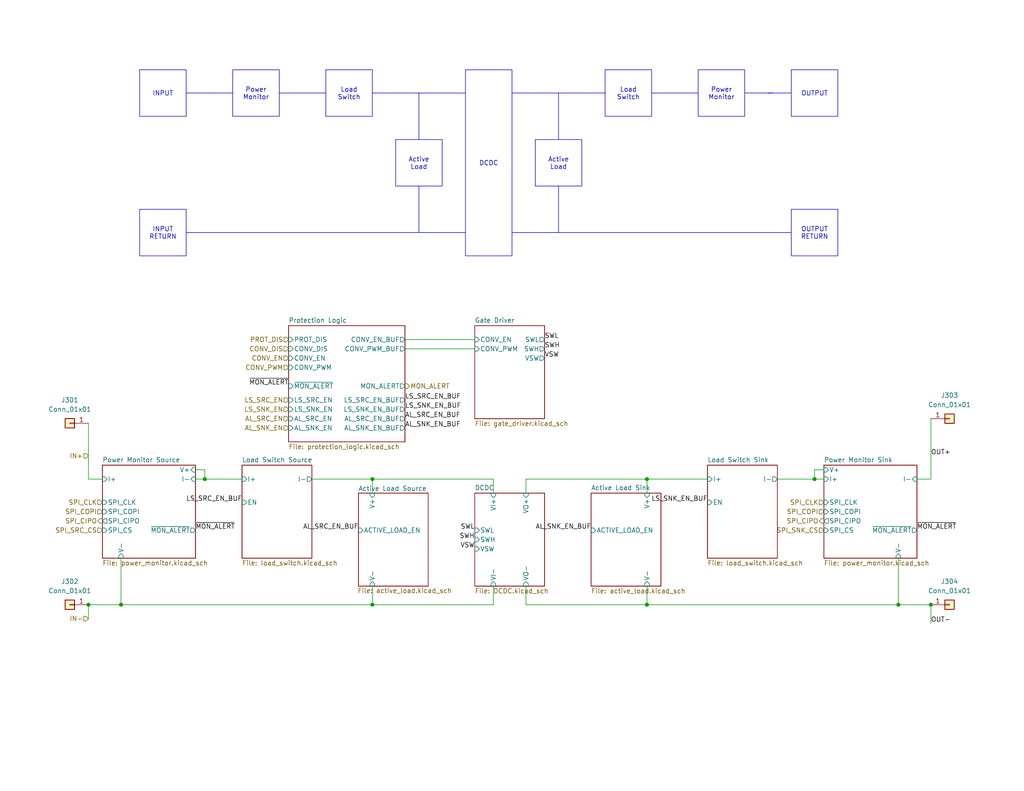
<source format=kicad_sch>
(kicad_sch (version 20231120) (generator "eeschema") (generator_version "8.0")
  (paper "USLetter")
  (title_block (title "Mighty MPPT") (date "2024-08-31") (rev "v0.1.0rc") (comment 1 "Matthew Yu") (comment 2 "Jacob Pustilnik"))
  (lib_symbols
    (symbol "Connector_Generic:Conn_01x01" (pin_names (offset 1.016) hide)
      (property "Reference" "J" (at 0 2.54 0))
      (property "Value" "Conn_01x01" (at 0 -2.54 0))
      (symbol "Conn_01x01_1_1"
        (rectangle (start -1.27 0.127) (end 0 -0.127) (stroke (width 0.1524)))
        (rectangle (start -1.27 1.27) (end 1.27 -1.27) (stroke (width 0.254)) (fill (type background)))
        (pin passive line (at -5.08 0 0) (length 3.81) (name "Pin_1") (number "1"))
      )
    )
  )
  (junction (at 101.6 130.81))
  (junction (at 55.88 130.81))
  (junction (at 24.13 165.1))
  (junction (at 101.6 165.1))
  (junction (at 222.25 130.81))
  (junction (at 33.02 165.1))
  (junction (at 176.53 165.1))
  (junction (at 254 165.1))
  (junction (at 245.11 165.1))
  (junction (at 176.53 130.81))
  (wire (pts (xy 212.09 130.81) (xy 222.25 130.81)))
  (wire (pts (xy 176.53 165.1) (xy 176.53 160.02)))
  (polyline (pts (xy 177.8 25.4) (xy 190.5 25.4)))
  (wire (pts (xy 24.13 130.81) (xy 27.94 130.81)))
  (wire (pts (xy 134.62 165.1) (xy 101.6 165.1)))
  (polyline (pts (xy 50.8 25.4) (xy 57.15 25.4)))
  (wire (pts (xy 53.34 130.81) (xy 55.88 130.81)))
  (wire (pts (xy 254 114.3) (xy 254 130.81)))
  (polyline (pts (xy 209.55 25.4) (xy 215.9 25.4)))
  (wire (pts (xy 222.25 128.27) (xy 222.25 130.81)))
  (wire (pts (xy 143.51 134.62) (xy 143.51 130.81)))
  (polyline (pts (xy 139.7 63.5) (xy 215.9 63.5)))
  (wire (pts (xy 101.6 165.1) (xy 33.02 165.1)))
  (polyline (pts (xy 63.5 25.0858) (xy 63.5162 25.0858)))
  (wire (pts (xy 245.11 165.1) (xy 254 165.1)))
  (wire (pts (xy 134.62 130.81) (xy 134.62 134.62)))
  (wire (pts (xy 245.11 165.1) (xy 176.53 165.1)))
  (polyline (pts (xy 57.15 25.4) (xy 63.5 25.4)))
  (polyline (pts (xy 50.8 63.5) (xy 127 63.5)))
  (wire (pts (xy 176.53 130.81) (xy 193.04 130.81)))
  (wire (pts (xy 101.6 130.81) (xy 134.62 130.81)))
  (wire (pts (xy 110.49 92.71) (xy 129.54 92.71)))
  (wire (pts (xy 250.19 130.81) (xy 254 130.81)))
  (wire (pts (xy 134.62 160.02) (xy 134.62 165.1)))
  (polyline (pts (xy 139.7 25.4) (xy 165.1 25.4)))
  (wire (pts (xy 143.51 130.81) (xy 176.53 130.81)))
  (wire (pts (xy 33.02 165.1) (xy 33.02 152.4)))
  (wire (pts (xy 101.6 165.1) (xy 101.6 160.02)))
  (polyline (pts (xy 101.6 25.4) (xy 127 25.4)))
  (wire (pts (xy 110.49 95.25) (xy 129.54 95.25)))
  (wire (pts (xy 24.13 165.1) (xy 24.13 168.91)))
  (wire (pts (xy 254 170.18) (xy 254 165.1)))
  (wire (pts (xy 55.88 130.81) (xy 66.04 130.81)))
  (polyline (pts (xy 114.3 50.8) (xy 114.3 63.5)))
  (polyline (pts (xy 152.4 25.4) (xy 152.4 38.1)))
  (wire (pts (xy 24.13 165.1) (xy 33.02 165.1)))
  (wire (pts (xy 222.25 130.81) (xy 224.79 130.81)))
  (wire (pts (xy 85.09 130.81) (xy 101.6 130.81)))
  (wire (pts (xy 53.34 128.27) (xy 55.88 128.27)))
  (wire (pts (xy 143.51 165.1) (xy 176.53 165.1)))
  (polyline (pts (xy 203.2 25.4) (xy 209.55 25.4)))
  (wire (pts (xy 24.13 115.57) (xy 24.13 130.81)))
  (polyline (pts (xy 114.3 25.4) (xy 114.3 38.1)))
  (polyline (pts (xy 209.55 25.4) (xy 210.82 25.4)))
  (polyline (pts (xy 152.4 50.8) (xy 152.4 63.5)))
  (wire (pts (xy 224.79 128.27) (xy 222.25 128.27)))
  (wire (pts (xy 143.51 160.02) (xy 143.51 165.1)))
  (wire (pts (xy 55.88 128.27) (xy 55.88 130.81)))
  (wire (pts (xy 176.53 130.81) (xy 176.53 134.62)))
  (wire (pts (xy 245.11 152.4) (xy 245.11 165.1)))
  (wire (pts (xy 101.6 130.81) (xy 101.6 134.62)))
  (polyline (pts (xy 76.2 25.4) (xy 88.9 25.4)))
  (text_box "INPUT" (at 38.1 19.05 0) (size 12.7 12.7) (effects (font (size 1.27 1.27))))
  (text_box "OUTPUT" (at 215.9 19.05 0) (size 12.7 12.7) (effects (font (size 1.27 1.27))))
  (text_box "Power Monitor\n" (at 190.5 19.05 0) (size 12.7 12.7) (effects (font (size 1.27 1.27))))
  (text_box "OUTPUT\nRETURN" (at 215.9 57.15 0) (size 12.7 12.7) (effects (font (size 1.27 1.27))))
  (text_box "DCDC" (at 127 19.05 0) (size 12.7 50.8) (effects (font (size 1.27 1.27))))
  (text_box "Power Monitor" (at 63.5 19.05 0) (size 12.7 12.7) (effects (font (size 1.27 1.27))))
  (text_box "Power path subcircuit.\nManages power measurement and hardware logic necessary to \n(1) disable the high side power path, \n(2) enable active loads to drain remaining power converter energy, and \n(3) disable the converter switching.\n\nThe hardware protection logic is the second line(!) failsafe to protect the converter and downstream victims, behind the MCU SW redline algorithms and before the in-line fuses.\n\nINA229 voltage and current selected for future anticipated 150V/10A design.\n\nISO components, such as TPSI3050, are selected for future anticipated fully isolated power path design." (at 521.97 20.32 0) (size 45.72 80.01) (effects (font (size 1.27 1.27)) (justify left top)))
  (text_box "Active Load" (at 107.95 38.1 0) (size 12.7 12.7) (effects (font (size 1.27 1.27))))
  (text_box "Active Load" (at 146.05 38.1 0) (size 12.7 12.7) (effects (font (size 1.27 1.27))))
  (text_box "INPUT\nRETURN" (at 38.1 57.15 0) (size 12.7 12.7) (effects (font (size 1.27 1.27))))
  (text_box "Load Switch" (at 88.9 19.05 0) (size 12.7 12.7) (effects (font (size 1.27 1.27))))
  (text_box "Load Switch" (at 165.1 19.05 0) (size 12.7 12.7) (effects (font (size 1.27 1.27))))
  (label "AL_SRC_EN_BUF" (at 110.49 114.3 0))
  (label "LS_SNK_EN_BUF" (at 193.04 137.16 180))
  (label "LS_SRC_EN_BUF" (at 110.49 109.22 0))
  (label "SWH" (at 129.54 147.32 180))
  (label "VSW" (at 129.54 149.86 180))
  (label "SWL" (at 129.54 144.78 180))
  (label "AL_SNK_EN_BUF" (at 161.29 144.78 180))
  (label "LS_SNK_EN_BUF" (at 110.49 111.76 0))
  (label "SWH" (at 148.59 95.25 0))
  (label "AL_SNK_EN_BUF" (at 110.49 116.84 0))
  (label "OUT-" (at 254 170.18 0))
  (label "~{MON_ALERT}" (at 53.34 144.78 0))
  (label "SWL" (at 148.59 92.71 0))
  (label "OUT+" (at 254 124.46 0))
  (label "VSW" (at 148.59 97.79 0))
  (label "~{MON_ALERT}" (at 250.19 144.78 0))
  (label "LS_SRC_EN_BUF" (at 66.04 137.16 180))
  (label "AL_SRC_EN_BUF" (at 97.79 144.78 180))
  (label "~{MON_ALERT}" (at 78.74 105.41 180))
  (hierarchical_label "SPI_CLK" (shape input) (at 27.94 137.16 180))
  (hierarchical_label "AL_SNK_EN" (shape input) (at 78.74 116.84 180))
  (hierarchical_label "SPI_COPI" (shape input) (at 27.94 139.7 180))
  (hierarchical_label "SPI_SRC_CS" (shape input) (at 27.94 144.78 180))
  (hierarchical_label "SPI_CIPO" (shape output) (at 224.79 142.24 180))
  (hierarchical_label "SPI_CLK" (shape input) (at 224.79 137.16 180))
  (hierarchical_label "IN-" (shape input) (at 24.13 168.91 180))
  (hierarchical_label "SPI_COPI" (shape input) (at 224.79 139.7 180))
  (hierarchical_label "LS_SRC_EN" (shape input) (at 78.74 109.22 180))
  (hierarchical_label "LS_SNK_EN" (shape input) (at 78.74 111.76 180))
  (hierarchical_label "AL_SRC_EN" (shape input) (at 78.74 114.3 180))
  (hierarchical_label "IN+" (shape input) (at 24.13 124.46 180))
  (hierarchical_label "SPI_SNK_CS" (shape input) (at 224.79 144.78 180))
  (hierarchical_label "CONV_DIS" (shape input) (at 78.74 95.25 180))
  (hierarchical_label "PROT_DIS" (shape input) (at 78.74 92.71 180))
  (hierarchical_label "MON_ALERT" (shape output) (at 110.49 105.41 0))
  (hierarchical_label "CONV_PWM" (shape input) (at 78.74 100.33 180))
  (hierarchical_label "SPI_CIPO" (shape output) (at 27.94 142.24 180))
  (hierarchical_label "CONV_EN" (shape input) (at 78.74 97.79 180))
  (symbol (lib_id "Connector_Generic:Conn_01x01") (at 259.08 114.3 0) (unit 1)
    (property "Reference" "J303" (at 259.08 107.95 0))
    (property "Value" "Conn_01x01" (at 259.08 110.49 0))
    (property "Footprint" "footprints:ke_7771_SEMS" (effects (hide yes)))
    (property "Datasheet" "https://www.mouser.com/datasheet/2/215/771-SEMS-1622293.pdf" (effects (hide yes)))
    (property "Description" "Generic connector, single row, 01x01, script generated (kicad-library-utils/schlib/autogen/connector/)" (effects (hide yes)))
    (property "Manufacturer" "Keystone Electronics" (effects (hide yes)))
    (property "P/N" " 7771-SEMS " (effects (hide yes)))
  )
  (symbol (lib_id "Connector_Generic:Conn_01x01") (at 259.08 165.1 0) (unit 1)
    (property "Reference" "J304" (at 259.08 158.75 0))
    (property "Value" "Conn_01x01" (at 259.08 161.29 0))
    (property "Footprint" "footprints:ke_7771_SEMS" (effects (hide yes)))
    (property "Datasheet" "https://www.mouser.com/datasheet/2/215/771-SEMS-1622293.pdf" (effects (hide yes)))
    (property "Description" "Generic connector, single row, 01x01, script generated (kicad-library-utils/schlib/autogen/connector/)" (effects (hide yes)))
    (property "Manufacturer" "Keystone Electronics" (effects (hide yes)))
    (property "P/N" " 7771-SEMS " (effects (hide yes)))
  )
  (symbol (lib_id "Connector_Generic:Conn_01x01") (at 19.05 165.1 0) (mirror y) (unit 1)
    (property "Reference" "J302" (at 19.05 158.75 0))
    (property "Value" "Conn_01x01" (at 19.05 161.29 0))
    (property "Footprint" "footprints:ke_7771_SEMS" (effects (hide yes)))
    (property "Datasheet" "https://www.mouser.com/datasheet/2/215/771-SEMS-1622293.pdf" (effects (hide yes)))
    (property "Description" "Generic connector, single row, 01x01, script generated (kicad-library-utils/schlib/autogen/connector/)" (effects (hide yes)))
    (property "Manufacturer" "Keystone Electronics" (effects (hide yes)))
    (property "P/N" " 7771-SEMS " (effects (hide yes)))
  )
  (symbol (lib_id "Connector_Generic:Conn_01x01") (at 19.05 115.57 0) (mirror y) (unit 1)
    (property "Reference" "J301" (at 19.05 109.22 0))
    (property "Value" "Conn_01x01" (at 19.05 111.76 0))
    (property "Footprint" "footprints:ke_7771_SEMS" (effects (hide yes)))
    (property "Datasheet" "https://www.mouser.com/datasheet/2/215/771-SEMS-1622293.pdf" (effects (hide yes)))
    (property "Description" "Generic connector, single row, 01x01, script generated (kicad-library-utils/schlib/autogen/connector/)" (effects (hide yes)))
    (property "Manufacturer" "Keystone Electronics" (effects (hide yes)))
    (property "P/N" " 7771-SEMS " (effects (hide yes)))
  )
  (sheet (at 161.29 134.62) (size 19.05 25.4) (stroke (width 0.1524))
    (property "Sheetname" "Active Load Sink" (at 161.29 133.9084 0) (effects (justify left bottom)))
    (property "Sheetfile" "active_load.kicad_sch" (at 161.29 160.6046 0) (effects (justify left top)))
    (pin "V+" input (at 176.53 134.62 90))
    (pin "V-" input (at 176.53 160.02 270))
    (pin "ACTIVE_LOAD_EN" input (at 161.29 144.78 180))
  )
  (sheet (at 193.04 127) (size 19.05 25.4) (stroke (width 0.1524))
    (property "Sheetname" "Load Switch Sink" (at 193.04 126.2884 0) (effects (justify left bottom)))
    (property "Sheetfile" "load_switch.kicad_sch" (at 193.04 152.9846 0) (effects (justify left top)))
    (pin "I-" output (at 212.09 130.81 0))
    (pin "I+" input (at 193.04 130.81 180))
    (pin "EN" input (at 193.04 137.16 180))
  )
  (sheet (at 27.94 127) (size 25.4 25.4) (stroke (width 0.1524))
    (property "Sheetname" "Power Monitor Source" (at 27.94 126.2884 0) (effects (justify left bottom)))
    (property "Sheetfile" "power_monitor.kicad_sch" (at 27.94 152.9846 0) (effects (justify left top)))
    (pin "V-" input (at 33.02 152.4 270))
    (pin "V+" input (at 53.34 128.27 0))
    (pin "I+" input (at 27.94 130.81 180))
    (pin "~{MON_ALERT}" output (at 53.34 144.78 0))
    (pin "SPI_CS" input (at 27.94 144.78 180))
    (pin "SPI_COPI" input (at 27.94 139.7 180))
    (pin "SPI_CIPO" output (at 27.94 142.24 180))
    (pin "SPI_CLK" input (at 27.94 137.16 180))
    (pin "I-" input (at 53.34 130.81 0))
  )
  (sheet (at 129.54 88.9) (size 19.05 25.4) (stroke (width 0.1524))
    (property "Sheetname" "Gate Driver" (at 129.54 88.1884 0) (effects (justify left bottom)))
    (property "Sheetfile" "gate_driver.kicad_sch" (at 129.54 114.8846 0) (effects (justify left top)))
    (pin "CONV_PWM" input (at 129.54 95.25 180))
    (pin "CONV_EN" input (at 129.54 92.71 180))
    (pin "SWL" output (at 148.59 92.71 0))
    (pin "SWH" output (at 148.59 95.25 0))
    (pin "VSW" output (at 148.59 97.79 0))
  )
  (sheet (at 66.04 127) (size 19.05 25.4) (stroke (width 0.1524))
    (property "Sheetname" "Load Switch Source" (at 66.04 126.2884 0) (effects (justify left bottom)))
    (property "Sheetfile" "load_switch.kicad_sch" (at 66.04 152.9846 0) (effects (justify left top)))
    (pin "I-" output (at 85.09 130.81 0))
    (pin "I+" input (at 66.04 130.81 180))
    (pin "EN" input (at 66.04 137.16 180))
  )
  (sheet (at 129.54 134.62) (size 19.05 25.4) (stroke (width 0.1524))
    (property "Sheetname" "DCDC" (at 129.54 133.9084 0) (effects (justify left bottom)))
    (property "Sheetfile" "DCDC.kicad_sch" (at 129.54 160.6046 0) (effects (justify left top)))
    (pin "VI+" input (at 134.62 134.62 90))
    (pin "VI-" input (at 134.62 160.02 270))
    (pin "VO-" input (at 143.51 160.02 270))
    (pin "VO+" input (at 143.51 134.62 90))
    (pin "SWH" input (at 129.54 147.32 180))
    (pin "SWL" input (at 129.54 144.78 180))
    (pin "VSW" input (at 129.54 149.86 180))
  )
  (sheet (at 97.79 134.62) (size 19.05 25.4) (stroke (width 0.1524))
    (property "Sheetname" "Active Load Source" (at 97.79 134.112 0) (effects (justify left bottom)))
    (property "Sheetfile" "active_load.kicad_sch" (at 97.536 160.528 0) (effects (justify left top)))
    (pin "V+" input (at 101.6 134.62 90))
    (pin "V-" input (at 101.6 160.02 270))
    (pin "ACTIVE_LOAD_EN" input (at 97.79 144.78 180))
  )
  (sheet (at 78.74 88.9) (size 31.75 31.75) (stroke (width 0.1524))
    (property "Sheetname" "Protection Logic" (at 78.74 88.1884 0) (effects (justify left bottom)))
    (property "Sheetfile" "protection_logic.kicad_sch" (at 78.74 121.2346 0) (effects (justify left top)))
    (pin "LS_SRC_EN" input (at 78.74 109.22 180))
    (pin "~{MON_ALERT}" input (at 78.74 105.41 180))
    (pin "LS_SNK_EN" input (at 78.74 111.76 180))
    (pin "CONV_EN" input (at 78.74 97.79 180))
    (pin "AL_SRC_EN" input (at 78.74 114.3 180))
    (pin "LS_SNK_EN_BUF" output (at 110.49 111.76 0))
    (pin "PROT_DIS" input (at 78.74 92.71 180))
    (pin "LS_SRC_EN_BUF" output (at 110.49 109.22 0))
    (pin "AL_SRC_EN_BUF" output (at 110.49 114.3 0))
    (pin "AL_SNK_EN" input (at 78.74 116.84 180))
    (pin "AL_SNK_EN_BUF" output (at 110.49 116.84 0))
    (pin "CONV_EN_BUF" output (at 110.49 92.71 0))
    (pin "CONV_PWM_BUF" output (at 110.49 95.25 0))
    (pin "CONV_PWM" input (at 78.74 100.33 180))
    (pin "CONV_DIS" input (at 78.74 95.25 180))
    (pin "MON_ALERT" output (at 110.49 105.41 0))
  )
  (sheet (at 224.79 127) (size 25.4 25.4) (stroke (width 0.1524))
    (property "Sheetname" "Power Monitor Sink" (at 224.79 126.2884 0) (effects (justify left bottom)))
    (property "Sheetfile" "power_monitor.kicad_sch" (at 224.79 152.9846 0) (effects (justify left top)))
    (pin "V-" input (at 245.11 152.4 270))
    (pin "V+" input (at 224.79 128.27 180))
    (pin "I-" input (at 250.19 130.81 0))
    (pin "I+" input (at 224.79 130.81 180))
    (pin "~{MON_ALERT}" output (at 250.19 144.78 0))
    (pin "SPI_CS" input (at 224.79 144.78 180))
    (pin "SPI_COPI" input (at 224.79 139.7 180))
    (pin "SPI_CIPO" output (at 224.79 142.24 180))
    (pin "SPI_CLK" input (at 224.79 137.16 180))
  )
)
</source>
